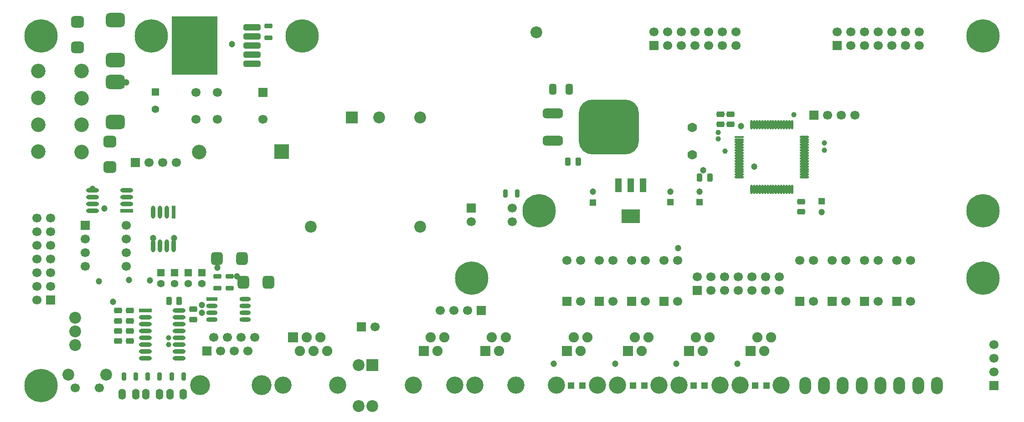
<source format=gts>
G04 Layer_Color=8388736*
%FSLAX42Y42*%
%MOMM*%
G71*
G01*
G75*
%ADD48C,1.70*%
%ADD49R,1.70X1.70*%
%ADD52C,1.20*%
%ADD56C,1.00*%
%ADD64R,1.20X1.20*%
G04:AMPARAMS|DCode=75|XSize=0.9mm|YSize=1.5mm|CornerRadius=0.28mm|HoleSize=0mm|Usage=FLASHONLY|Rotation=0.000|XOffset=0mm|YOffset=0mm|HoleType=Round|Shape=RoundedRectangle|*
%AMROUNDEDRECTD75*
21,1,0.90,0.95,0,0,0.0*
21,1,0.35,1.50,0,0,0.0*
1,1,0.55,0.17,-0.47*
1,1,0.55,-0.17,-0.47*
1,1,0.55,-0.17,0.47*
1,1,0.55,0.17,0.47*
%
%ADD75ROUNDEDRECTD75*%
G04:AMPARAMS|DCode=76|XSize=1.1mm|YSize=1.5mm|CornerRadius=0.33mm|HoleSize=0mm|Usage=FLASHONLY|Rotation=270.000|XOffset=0mm|YOffset=0mm|HoleType=Round|Shape=RoundedRectangle|*
%AMROUNDEDRECTD76*
21,1,1.10,0.85,0,0,270.0*
21,1,0.45,1.50,0,0,270.0*
1,1,0.65,-0.42,-0.23*
1,1,0.65,-0.42,0.23*
1,1,0.65,0.42,0.23*
1,1,0.65,0.42,-0.23*
%
%ADD76ROUNDEDRECTD76*%
%ADD77O,0.45X1.75*%
%ADD78O,1.75X0.45*%
%ADD79R,1.75X0.45*%
%ADD80R,1.20X1.20*%
%ADD81R,2.40X0.80*%
%ADD82O,2.40X0.80*%
%ADD83O,2.10X0.80*%
%ADD84R,2.10X0.80*%
%ADD85O,0.80X2.40*%
%ADD86R,0.80X2.40*%
G04:AMPARAMS|DCode=87|XSize=1.8mm|YSize=3.7mm|CornerRadius=0.5mm|HoleSize=0mm|Usage=FLASHONLY|Rotation=270.000|XOffset=0mm|YOffset=0mm|HoleType=Round|Shape=RoundedRectangle|*
%AMROUNDEDRECTD87*
21,1,1.80,2.70,0,0,270.0*
21,1,0.80,3.70,0,0,270.0*
1,1,1.00,-1.35,-0.40*
1,1,1.00,-1.35,0.40*
1,1,1.00,1.35,0.40*
1,1,1.00,1.35,-0.40*
%
%ADD87ROUNDEDRECTD87*%
G04:AMPARAMS|DCode=88|XSize=10.2mm|YSize=11.2mm|CornerRadius=2.6mm|HoleSize=0mm|Usage=FLASHONLY|Rotation=270.000|XOffset=0mm|YOffset=0mm|HoleType=Round|Shape=RoundedRectangle|*
%AMROUNDEDRECTD88*
21,1,10.20,6.00,0,0,270.0*
21,1,5.00,11.20,0,0,270.0*
1,1,5.20,-3.00,-2.50*
1,1,5.20,-3.00,2.50*
1,1,5.20,3.00,2.50*
1,1,5.20,3.00,-2.50*
%
%ADD88ROUNDEDRECTD88*%
G04:AMPARAMS|DCode=89|XSize=1.2mm|YSize=3.2mm|CornerRadius=0.35mm|HoleSize=0mm|Usage=FLASHONLY|Rotation=90.000|XOffset=0mm|YOffset=0mm|HoleType=Round|Shape=RoundedRectangle|*
%AMROUNDEDRECTD89*
21,1,1.20,2.50,0,0,90.0*
21,1,0.50,3.20,0,0,90.0*
1,1,0.70,1.25,0.25*
1,1,0.70,1.25,-0.25*
1,1,0.70,-1.25,-0.25*
1,1,0.70,-1.25,0.25*
%
%ADD89ROUNDEDRECTD89*%
%ADD90R,8.50X10.80*%
G04:AMPARAMS|DCode=91|XSize=0.9mm|YSize=1.5mm|CornerRadius=0.28mm|HoleSize=0mm|Usage=FLASHONLY|Rotation=270.000|XOffset=0mm|YOffset=0mm|HoleType=Round|Shape=RoundedRectangle|*
%AMROUNDEDRECTD91*
21,1,0.90,0.95,0,0,270.0*
21,1,0.35,1.50,0,0,270.0*
1,1,0.55,-0.47,-0.17*
1,1,0.55,-0.47,0.17*
1,1,0.55,0.47,0.17*
1,1,0.55,0.47,-0.17*
%
%ADD91ROUNDEDRECTD91*%
G04:AMPARAMS|DCode=92|XSize=2.2mm|YSize=2.4mm|CornerRadius=0.6mm|HoleSize=0mm|Usage=FLASHONLY|Rotation=180.000|XOffset=0mm|YOffset=0mm|HoleType=Round|Shape=RoundedRectangle|*
%AMROUNDEDRECTD92*
21,1,2.20,1.20,0,0,180.0*
21,1,1.00,2.40,0,0,180.0*
1,1,1.20,-0.50,0.60*
1,1,1.20,0.50,0.60*
1,1,1.20,0.50,-0.60*
1,1,1.20,-0.50,-0.60*
%
%ADD92ROUNDEDRECTD92*%
G04:AMPARAMS|DCode=93|XSize=2.2mm|YSize=2.4mm|CornerRadius=0.6mm|HoleSize=0mm|Usage=FLASHONLY|Rotation=270.000|XOffset=0mm|YOffset=0mm|HoleType=Round|Shape=RoundedRectangle|*
%AMROUNDEDRECTD93*
21,1,2.20,1.20,0,0,270.0*
21,1,1.00,2.40,0,0,270.0*
1,1,1.20,-0.60,-0.50*
1,1,1.20,-0.60,0.50*
1,1,1.20,0.60,0.50*
1,1,1.20,0.60,-0.50*
%
%ADD93ROUNDEDRECTD93*%
G04:AMPARAMS|DCode=94|XSize=2.7mm|YSize=3.5mm|CornerRadius=0.72mm|HoleSize=0mm|Usage=FLASHONLY|Rotation=270.000|XOffset=0mm|YOffset=0mm|HoleType=Round|Shape=RoundedRectangle|*
%AMROUNDEDRECTD94*
21,1,2.70,2.05,0,0,270.0*
21,1,1.25,3.50,0,0,270.0*
1,1,1.45,-1.02,-0.63*
1,1,1.45,-1.02,0.63*
1,1,1.45,1.02,0.63*
1,1,1.45,1.02,-0.63*
%
%ADD94ROUNDEDRECTD94*%
G04:AMPARAMS|DCode=95|XSize=1.1mm|YSize=1.5mm|CornerRadius=0.33mm|HoleSize=0mm|Usage=FLASHONLY|Rotation=0.000|XOffset=0mm|YOffset=0mm|HoleType=Round|Shape=RoundedRectangle|*
%AMROUNDEDRECTD95*
21,1,1.10,0.85,0,0,0.0*
21,1,0.45,1.50,0,0,0.0*
1,1,0.65,0.23,-0.42*
1,1,0.65,-0.23,-0.42*
1,1,0.65,-0.23,0.42*
1,1,0.65,0.23,0.42*
%
%ADD95ROUNDEDRECTD95*%
G04:AMPARAMS|DCode=96|XSize=1.35mm|YSize=2mm|CornerRadius=0.39mm|HoleSize=0mm|Usage=FLASHONLY|Rotation=180.000|XOffset=0mm|YOffset=0mm|HoleType=Round|Shape=RoundedRectangle|*
%AMROUNDEDRECTD96*
21,1,1.35,1.23,0,0,180.0*
21,1,0.57,2.00,0,0,180.0*
1,1,0.78,-0.29,0.61*
1,1,0.78,0.29,0.61*
1,1,0.78,0.29,-0.61*
1,1,0.78,-0.29,-0.61*
%
%ADD96ROUNDEDRECTD96*%
%ADD97R,3.50X2.60*%
%ADD98R,1.20X2.60*%
%ADD99C,3.70*%
%ADD100C,3.20*%
%ADD101C,1.90*%
%ADD102R,1.90X1.90*%
%ADD103R,1.70X1.70*%
%ADD104O,2.20X3.20*%
%ADD105C,1.40*%
%ADD106R,1.40X1.40*%
%ADD107C,2.70*%
%ADD108C,1.70*%
%ADD109R,1.70X1.70*%
%ADD110R,1.70X1.70*%
%ADD111R,2.20X2.20*%
%ADD112C,2.20*%
%ADD113O,1.40X2.00*%
%ADD114R,2.70X2.70*%
%ADD115R,1.40X1.40*%
%ADD116C,6.20*%
%ADD117C,2.20*%
%ADD118C,1.77*%
D48*
X3211Y894D02*
D03*
X3338Y641D02*
D03*
X3465Y894D02*
D03*
X3592Y641D02*
D03*
X3719Y894D02*
D03*
X3846Y641D02*
D03*
X3973Y894D02*
D03*
X17700Y254D02*
D03*
Y508D02*
D03*
Y762D02*
D03*
X14614Y5030D02*
D03*
X14868D02*
D03*
X15122D02*
D03*
X7921Y1400D02*
D03*
X7667D02*
D03*
X7413D02*
D03*
X6209Y1090D02*
D03*
X13458Y1773D02*
D03*
X12950D02*
D03*
X12442D02*
D03*
X12696D02*
D03*
X13204D02*
D03*
X13712D02*
D03*
Y2027D02*
D03*
X13458D02*
D03*
X13204D02*
D03*
X12950D02*
D03*
X12696D02*
D03*
X12442D02*
D03*
X12188D02*
D03*
X177Y3112D02*
D03*
X-77D02*
D03*
X177Y2858D02*
D03*
X-77D02*
D03*
Y2604D02*
D03*
X177D02*
D03*
X-77Y2350D02*
D03*
X177D02*
D03*
X-77Y2096D02*
D03*
X177D02*
D03*
X-77Y1842D02*
D03*
X177D02*
D03*
X-77Y1588D02*
D03*
X16312Y6323D02*
D03*
Y6577D02*
D03*
X16058Y6323D02*
D03*
Y6577D02*
D03*
X15804D02*
D03*
Y6323D02*
D03*
X15550Y6577D02*
D03*
Y6323D02*
D03*
X15296Y6577D02*
D03*
Y6323D02*
D03*
X15042Y6577D02*
D03*
Y6323D02*
D03*
X14788Y6577D02*
D03*
X12912Y6323D02*
D03*
Y6577D02*
D03*
X12658Y6323D02*
D03*
Y6577D02*
D03*
X12404D02*
D03*
Y6323D02*
D03*
X12150Y6577D02*
D03*
Y6323D02*
D03*
X11896Y6577D02*
D03*
Y6323D02*
D03*
X11642Y6577D02*
D03*
Y6323D02*
D03*
X11388Y6577D02*
D03*
X2004Y4150D02*
D03*
X2258D02*
D03*
X2512D02*
D03*
X635Y-45D02*
D03*
X1085D02*
D03*
X3275Y5450D02*
D03*
X2875D02*
D03*
Y4950D02*
D03*
X3275D02*
D03*
X4125D02*
D03*
D49*
X3084Y641D02*
D03*
X14360Y5030D02*
D03*
X8175Y1400D02*
D03*
X5955Y1090D02*
D03*
X12188Y1773D02*
D03*
X14788Y6323D02*
D03*
X11388D02*
D03*
X1750Y4150D02*
D03*
D52*
X14500Y3225D02*
D03*
X12235Y3608D02*
D03*
X11695D02*
D03*
X10250Y3605D02*
D03*
X13250Y4075D02*
D03*
X12940Y407D02*
D03*
X11803D02*
D03*
X10665D02*
D03*
X9528D02*
D03*
X3275Y2196D02*
D03*
X3642Y2035D02*
D03*
X1180Y3290D02*
D03*
X3550Y6350D02*
D03*
X2960Y6535D02*
D03*
Y6135D02*
D03*
X2510D02*
D03*
Y6335D02*
D03*
Y6535D02*
D03*
X2810Y6135D02*
D03*
X2660D02*
D03*
X1580Y5642D02*
D03*
X1073Y1942D02*
D03*
X1335Y1560D02*
D03*
X2082Y2740D02*
D03*
X2467Y2745D02*
D03*
X1635Y1960D02*
D03*
X2023Y1958D02*
D03*
X2988Y1495D02*
D03*
Y1352D02*
D03*
X957Y3653D02*
D03*
X11832Y2555D02*
D03*
X13005Y4822D02*
D03*
X12300Y4000D02*
D03*
X2810Y6335D02*
D03*
X2960D02*
D03*
X2810Y6535D02*
D03*
X2660D02*
D03*
Y6335D02*
D03*
D56*
X12710Y4360D02*
D03*
X2367Y760D02*
D03*
Y885D02*
D03*
X12580Y4710D02*
D03*
Y4590D02*
D03*
X13990Y5040D02*
D03*
X14550Y4510D02*
D03*
Y4380D02*
D03*
D64*
X14500Y3425D02*
D03*
X12235Y3408D02*
D03*
X11695D02*
D03*
X10250Y3405D02*
D03*
D75*
X8850Y3575D02*
D03*
X8630D02*
D03*
X2645Y170D02*
D03*
X2425D02*
D03*
X2200D02*
D03*
X1980D02*
D03*
X1762D02*
D03*
X1543D02*
D03*
D76*
X14125Y3230D02*
D03*
Y3420D02*
D03*
X12622Y5047D02*
D03*
Y4858D02*
D03*
X12812Y5047D02*
D03*
Y4858D02*
D03*
X1430Y825D02*
D03*
Y1015D02*
D03*
X1650Y825D02*
D03*
Y1015D02*
D03*
X1430Y1395D02*
D03*
Y1205D02*
D03*
X1650D02*
D03*
Y1395D02*
D03*
X2825Y1420D02*
D03*
Y1230D02*
D03*
D77*
X13200Y4853D02*
D03*
X13250D02*
D03*
X13300D02*
D03*
X13350D02*
D03*
X13400D02*
D03*
X13450D02*
D03*
X13500D02*
D03*
X13550D02*
D03*
X13600D02*
D03*
X13650D02*
D03*
X13700D02*
D03*
X13750D02*
D03*
X13800D02*
D03*
X13850D02*
D03*
X13900D02*
D03*
X13950D02*
D03*
Y3647D02*
D03*
X13900D02*
D03*
X13850D02*
D03*
X13800D02*
D03*
X13750D02*
D03*
X13700D02*
D03*
X13650D02*
D03*
X13600D02*
D03*
X13550D02*
D03*
X13500D02*
D03*
X13450D02*
D03*
X13400D02*
D03*
X13350D02*
D03*
X13300D02*
D03*
X13250D02*
D03*
X13200D02*
D03*
D78*
X14177Y4625D02*
D03*
Y4575D02*
D03*
Y4525D02*
D03*
Y4475D02*
D03*
Y4425D02*
D03*
Y4375D02*
D03*
Y4325D02*
D03*
Y4275D02*
D03*
Y4225D02*
D03*
Y4175D02*
D03*
Y4125D02*
D03*
Y4075D02*
D03*
Y4025D02*
D03*
Y3975D02*
D03*
Y3925D02*
D03*
Y3875D02*
D03*
X12973D02*
D03*
Y3925D02*
D03*
Y3975D02*
D03*
Y4025D02*
D03*
Y4075D02*
D03*
Y4125D02*
D03*
Y4175D02*
D03*
Y4225D02*
D03*
Y4275D02*
D03*
Y4325D02*
D03*
Y4375D02*
D03*
Y4425D02*
D03*
Y4475D02*
D03*
Y4525D02*
D03*
Y4575D02*
D03*
D79*
Y4625D02*
D03*
D80*
X13480Y0D02*
D03*
X13270D02*
D03*
X12330D02*
D03*
X12120D02*
D03*
X11205D02*
D03*
X10995D02*
D03*
X10055D02*
D03*
X9845D02*
D03*
D81*
X1935Y1394D02*
D03*
X1588Y3252D02*
D03*
D82*
X1935Y1268D02*
D03*
X1935Y1140D02*
D03*
Y1014D02*
D03*
Y886D02*
D03*
Y759D02*
D03*
X1935Y632D02*
D03*
X1935Y505D02*
D03*
X2565Y1394D02*
D03*
Y1268D02*
D03*
Y1140D02*
D03*
Y1014D02*
D03*
Y886D02*
D03*
Y759D02*
D03*
Y632D02*
D03*
Y505D02*
D03*
X957Y3633D02*
D03*
Y3506D02*
D03*
Y3379D02*
D03*
Y3252D02*
D03*
X1588Y3633D02*
D03*
Y3506D02*
D03*
Y3379D02*
D03*
D83*
X3790Y1227D02*
D03*
Y1354D02*
D03*
Y1481D02*
D03*
Y1608D02*
D03*
X3170Y1227D02*
D03*
Y1354D02*
D03*
Y1481D02*
D03*
D84*
Y1608D02*
D03*
D85*
X2082Y2595D02*
D03*
X2209Y2595D02*
D03*
X2336Y2595D02*
D03*
X2463Y2595D02*
D03*
X2082Y3225D02*
D03*
X2209Y3225D02*
D03*
X2336Y3225D02*
D03*
D86*
X2463D02*
D03*
D87*
X9511Y5064D02*
D03*
Y4556D02*
D03*
D88*
X10549Y4810D02*
D03*
D89*
X3915Y6155D02*
D03*
Y6495D02*
D03*
Y6665D02*
D03*
Y5985D02*
D03*
Y6325D02*
D03*
D90*
X2848Y6325D02*
D03*
D91*
X3275Y1815D02*
D03*
Y2035D02*
D03*
X3500Y1815D02*
D03*
Y2035D02*
D03*
X4225Y6465D02*
D03*
Y6685D02*
D03*
D92*
Y1923D02*
D03*
X3755D02*
D03*
X3265Y2365D02*
D03*
X3735D02*
D03*
D93*
X1275Y4535D02*
D03*
Y4065D02*
D03*
X675Y6760D02*
D03*
Y6290D02*
D03*
D94*
X1375Y5650D02*
D03*
Y4900D02*
D03*
Y6050D02*
D03*
Y6800D02*
D03*
D95*
X2565Y1575D02*
D03*
X2375D02*
D03*
X9790Y4165D02*
D03*
X9980D02*
D03*
X12235Y3870D02*
D03*
X12425D02*
D03*
D96*
X9810Y5512D02*
D03*
X9510Y5512D02*
D03*
D97*
X10955Y3145D02*
D03*
D98*
X10725Y3725D02*
D03*
X10955Y3725D02*
D03*
X11185Y3725D02*
D03*
D99*
X4101Y5D02*
D03*
X2958D02*
D03*
D100*
X4492D02*
D03*
X5508D02*
D03*
X6919D02*
D03*
X7686D02*
D03*
X8823D02*
D03*
X8057D02*
D03*
X9575D02*
D03*
X10340D02*
D03*
X11478D02*
D03*
X10712D02*
D03*
X11850D02*
D03*
X12615D02*
D03*
X13753D02*
D03*
X12987D02*
D03*
D101*
X5317Y641D02*
D03*
X5190Y894D02*
D03*
X4810Y641D02*
D03*
X5063D02*
D03*
X4937Y894D02*
D03*
X7493D02*
D03*
X7366Y641D02*
D03*
X7239Y894D02*
D03*
X8376D02*
D03*
X8504Y641D02*
D03*
X8631Y894D02*
D03*
X10148D02*
D03*
X10021Y641D02*
D03*
X9894Y894D02*
D03*
X11032D02*
D03*
X11158Y641D02*
D03*
X11286Y894D02*
D03*
X12423D02*
D03*
X12296Y641D02*
D03*
X12169Y894D02*
D03*
X13307D02*
D03*
X13434Y641D02*
D03*
X13560Y894D02*
D03*
D102*
X4683D02*
D03*
X7112Y641D02*
D03*
X8250D02*
D03*
X9767D02*
D03*
X10904D02*
D03*
X12042D02*
D03*
X13179D02*
D03*
D103*
X17700Y0D02*
D03*
X177Y1588D02*
D03*
X4125Y5450D02*
D03*
D104*
X14195Y0D02*
D03*
X14545D02*
D03*
X14895D02*
D03*
X15245D02*
D03*
X15595D02*
D03*
X15945D02*
D03*
X16295D02*
D03*
X16645D02*
D03*
D105*
X2731Y1895D02*
D03*
X2984D02*
D03*
X2223D02*
D03*
X2476D02*
D03*
X2125Y5138D02*
D03*
D106*
X2731Y2095D02*
D03*
X2984D02*
D03*
X2223D02*
D03*
X2476D02*
D03*
D107*
X-50Y5850D02*
D03*
Y5350D02*
D03*
Y4850D02*
D03*
Y4350D02*
D03*
X750Y4346D02*
D03*
Y4854D02*
D03*
Y5346D02*
D03*
Y5854D02*
D03*
X2938Y4345D02*
D03*
D108*
X16152Y2331D02*
D03*
X15898D02*
D03*
X16152Y1569D02*
D03*
X15552Y2331D02*
D03*
X15298D02*
D03*
X15552Y1569D02*
D03*
X14952Y2331D02*
D03*
X14698D02*
D03*
X14952Y1569D02*
D03*
X14352Y2331D02*
D03*
X14098D02*
D03*
X14352Y1569D02*
D03*
X11827Y2331D02*
D03*
X11573D02*
D03*
X11827Y1569D02*
D03*
X11227Y2331D02*
D03*
X10973D02*
D03*
X11227Y1569D02*
D03*
X10627Y2331D02*
D03*
X10373D02*
D03*
X10627Y1569D02*
D03*
X10027Y2331D02*
D03*
X9773D02*
D03*
X10027Y1569D02*
D03*
X1586Y2214D02*
D03*
X1586Y2468D02*
D03*
Y2722D02*
D03*
X1586Y2976D02*
D03*
X824Y2214D02*
D03*
X824Y2468D02*
D03*
X824Y2722D02*
D03*
X8756Y3048D02*
D03*
Y3302D02*
D03*
X7994Y3048D02*
D03*
D109*
X15898Y1569D02*
D03*
X15298D02*
D03*
X14698D02*
D03*
X14098D02*
D03*
X11573Y1569D02*
D03*
X10973D02*
D03*
X10373D02*
D03*
X9773D02*
D03*
D110*
X824Y2976D02*
D03*
X7994Y3302D02*
D03*
D111*
X5776Y4983D02*
D03*
X6152Y381D02*
D03*
D112*
X6284Y4983D02*
D03*
X7046Y4983D02*
D03*
Y2951D02*
D03*
X5014Y2951D02*
D03*
X5898Y-381D02*
D03*
X6152D02*
D03*
X5898Y381D02*
D03*
X1210Y205D02*
D03*
X510D02*
D03*
X9200Y6572D02*
D03*
D113*
X2644Y-160D02*
D03*
X2391D02*
D03*
X1945D02*
D03*
X2200D02*
D03*
X1762D02*
D03*
X1508D02*
D03*
D114*
X4470Y4350D02*
D03*
D115*
X2125Y5462D02*
D03*
D116*
X9250Y3250D02*
D03*
X4850Y6500D02*
D03*
X2050D02*
D03*
X17500D02*
D03*
Y3250D02*
D03*
X0Y0D02*
D03*
Y6500D02*
D03*
X8000Y2000D02*
D03*
X17500D02*
D03*
D117*
X630Y1260D02*
D03*
Y1007D02*
D03*
Y753D02*
D03*
D118*
X12100Y4804D02*
D03*
Y4296D02*
D03*
M02*

</source>
